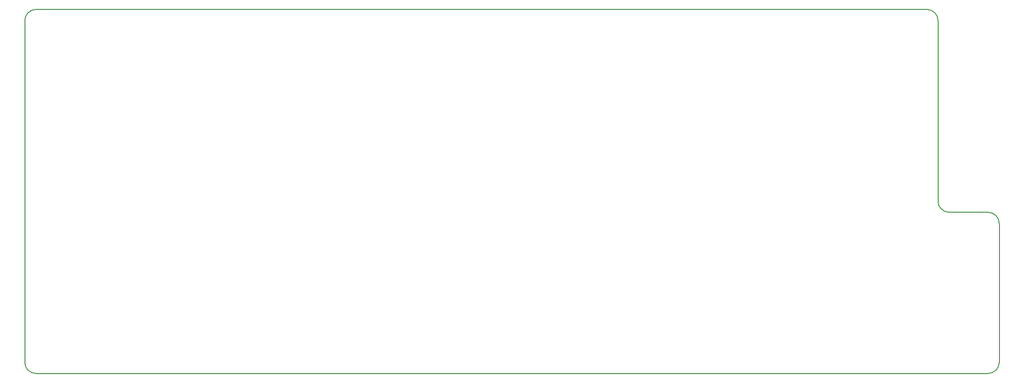
<source format=gbr>
G04 #@! TF.FileFunction,Profile,NP*
%FSLAX46Y46*%
G04 Gerber Fmt 4.6, Leading zero omitted, Abs format (unit mm)*
G04 Created by KiCad (PCBNEW 4.0.6-e0-6349~53~ubuntu14.04.1) date Thu Mar 23 19:03:43 2017*
%MOMM*%
%LPD*%
G01*
G04 APERTURE LIST*
%ADD10C,0.100000*%
%ADD11C,0.150000*%
G04 APERTURE END LIST*
D10*
D11*
X215000000Y-75500000D02*
X215000000Y-108000000D01*
X215000000Y-75500000D02*
G75*
G03X213000000Y-73500000I-2000000J0D01*
G01*
X53000000Y-73500000D02*
X213000000Y-73500000D01*
X215000000Y-108000000D02*
G75*
G03X217000000Y-110000000I2000000J0D01*
G01*
X224000000Y-110000000D02*
X217000000Y-110000000D01*
X224000000Y-110000000D02*
G75*
G02X226000000Y-112000000I0J-2000000D01*
G01*
X226000000Y-137000000D02*
X226000000Y-112000000D01*
X226000000Y-137000000D02*
G75*
G02X224000000Y-139000000I-2000000J0D01*
G01*
X53000000Y-139000000D02*
X224000000Y-139000000D01*
X53000000Y-73500000D02*
G75*
G03X51000000Y-75500000I0J-2000000D01*
G01*
X51000000Y-137000000D02*
G75*
G03X53000000Y-139000000I2000000J0D01*
G01*
X51000000Y-75500000D02*
X51000000Y-137000000D01*
M02*

</source>
